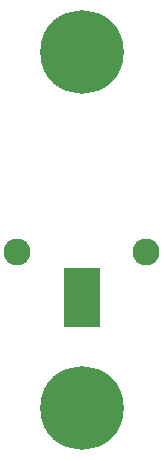
<source format=gbs>
G04*
G04 #@! TF.GenerationSoftware,Altium Limited,Altium Designer,20.1.14 (287)*
G04*
G04 Layer_Color=16711935*
%FSLAX25Y25*%
%MOIN*%
G70*
G04*
G04 #@! TF.SameCoordinates,3CBCD0D0-32B7-46DE-8EB3-B5E10EB4AE05*
G04*
G04*
G04 #@! TF.FilePolarity,Negative*
G04*
G01*
G75*
%ADD35C,0.08961*%
%ADD36C,0.27858*%
G36*
X57817Y64273D02*
X57845Y64265D01*
X57871Y64251D01*
X57894Y64232D01*
X57912Y64210D01*
X57926Y64183D01*
X57935Y64155D01*
X57938Y64126D01*
Y44874D01*
X57935Y44845D01*
X57926Y44816D01*
X57912Y44791D01*
X57894Y44768D01*
X57871Y44749D01*
X57845Y44735D01*
X57817Y44727D01*
X57787Y44724D01*
X46213D01*
X46183Y44727D01*
X46155Y44735D01*
X46129Y44749D01*
X46106Y44768D01*
X46088Y44791D01*
X46074Y44816D01*
X46065Y44845D01*
X46062Y44874D01*
Y64126D01*
X46065Y64155D01*
X46074Y64183D01*
X46088Y64210D01*
X46106Y64232D01*
X46129Y64251D01*
X46155Y64265D01*
X46183Y64273D01*
X46213Y64276D01*
X57787D01*
X57817Y64273D01*
D02*
G37*
D35*
X73506Y69854D02*
D03*
X30494D02*
D03*
D36*
X52000Y17650D02*
D03*
Y136350D02*
D03*
M02*

</source>
